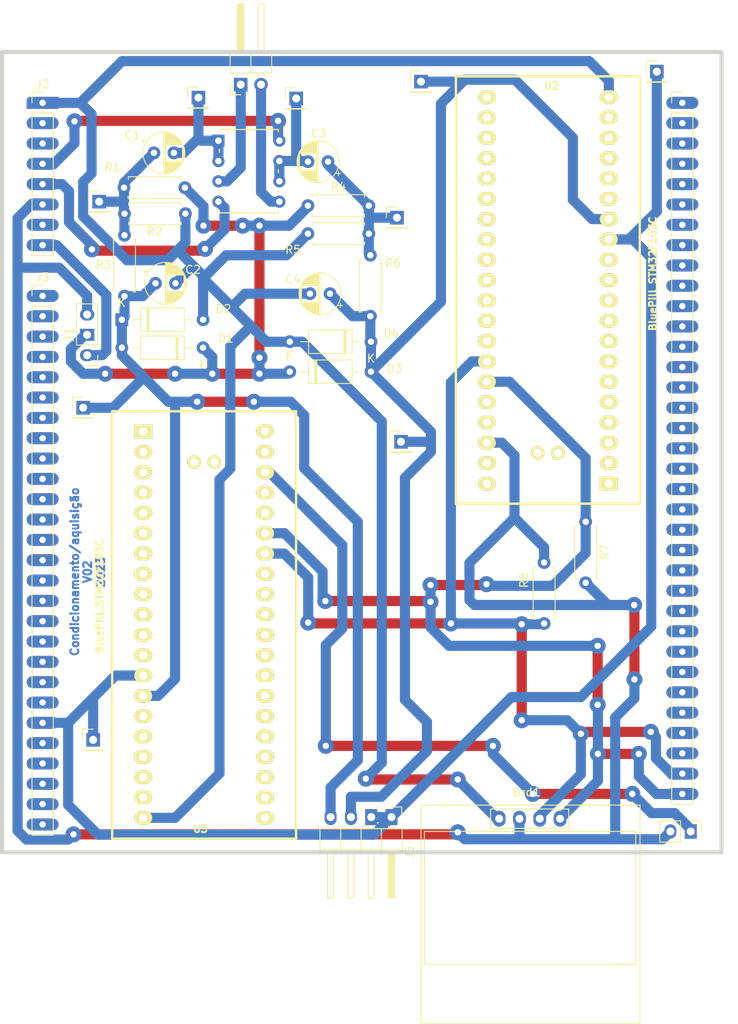
<source format=kicad_pcb>
(kicad_pcb (version 20221018) (generator pcbnew)
  (title_block (title "Barramento do EITduino") (date "2023-04-12") (rev "v01") (company "EITduino") (comment 1 "Autor: Gustavo Pinheiro") (comment 2 "Barramento proposto para uma placa 90x100 mm") (comment 3 "placa de face simples"))
  (layers (0 "F.Cu" signal) (31 "B.Cu" signal) (34 "B.Paste" user) (35 "F.Paste" user) (36 "B.SilkS" user "B.Silkscreen") (37 "F.SilkS" user "F.Silkscreen") (38 "B.Mask" user) (39 "F.Mask" user) (44 "Edge.Cuts" user))
  (net 0 "")
  (net 1 "nó2")
  (net 2 "nó1")
  (net 3 "+9V")
  (net 4 "-9V")
  (net 5 "+5V")
  (net 6 "-5V")
  (net 7 "+3.3V")
  (net 47 "Earth")
  (net 49 "I1")
  (net 50 "I2")
  (net 51 "Amp_E1")
  (net 52 "nó4")
  (net 53 "Sin1")
  (net 54 "Sin2")
  (net 55 "SinA")
  (net 56 "SinB")
  (net 57 "SINC")
  (net 58 "SPI_COPI")
  (net 59 "SPI_CIPO")
  (net 60 "SPI_clk")
  (net 61 "CS (AD9833)")
  (net 62 "CS (X9c10x)")
  (net 63 "nó3")
  (net 64 "Amp_E2")
  (net 65 "SCL3")
  (net 66 "SDA3")
  (net 67 "SCL2")
  (net 68 "SDA2")
  (net 69 "SCL1")
  (net 70 "SDA1")
  (net 71 "Vref")
  (net 72 "VEE")
  (net 73 "VCC")
  (net 74 "AmpI2")
  (net 75 "AmpI1")
  (net 78 "Net-(J6-Pin_1)")
  (net 79 "E1")
  (net 80 "E2")
  (footprint "OLED_i2c:128x64OLED" (layer "F.Cu") (at 167.4 157.2)
    (fp_text reference "Brd1")
    (fp_text value "SSD1306")
  )
  (footprint "Connector_PinHeader_2.54mm:PinHeader_1x04_P2.54mm_Horizontal" (layer "F.Cu") (at 150.32 146.4 -90)
    (fp_text reference "J5")
    (fp_text value "sinais_condicionados")
  )
  (footprint "Connector_PinHeader_2.54mm:PinHeader_1x01_P2.54mm_Vertical" (layer "F.Cu") (at 111.75 95.25)
    (fp_text reference "J12" hide)
    (fp_text value "Amp_E1")
  )
  (footprint "Capacitor_THT:CP_Radial_D5.0mm_P2.50mm" (layer "F.Cu") (at 120.6 63.4)
    (fp_text reference "C1")
    (fp_text value "1 uF")
  )
  (footprint "Diode_THT:D_DO-41_SOD81_P10.16mm_Horizontal" (layer "F.Cu") (at 137.59 90.75)
    (fp_text reference "D3")
    (fp_text value "1N5819")
  )
  (footprint "Connector_PinHeader_2.54mm:PinHeader_1x01_P2.54mm_Vertical" (layer "F.Cu") (at 113 136.75)
    (fp_text reference "J15" hide)
    (fp_text value "AmpI1")
  )
  (footprint "Connector_PinHeader_2.54mm:PinHeader_1x01_P2.54mm_Vertical" (layer "F.Cu") (at 151.5 99.5)
    (fp_text reference "J13" hide)
    (fp_text value "Amp_E2")
  )
  (footprint "Resistor_THT:R_Axial_DIN0207_L6.3mm_D2.5mm_P7.62mm_Horizontal" (layer "F.Cu") (at 139.86 70)
    (fp_text reference "R4")
    (fp_text value "100k")
  )
  (footprint "Connector_PinHeader_2.54mm:PinHeader_1x35_P2.54mm_Vertical" (layer "F.Cu") (at 186.69 57.15)
    (fp_text reference "J4" hide)
    (fp_text value "comunicacao / sinais digitais" hide)
  )
  (footprint "STM32_Bluepill:BluePill_STM32F103C" (layer "F.Cu") (at 177.49 104.6492 180)
    (fp_text reference "U2")
    (fp_text value "BluePill_STM32F103C")
  )
  (footprint "Connector_PinHeader_2.54mm:PinHeader_1x01_P2.54mm_Vertical" (layer "F.Cu") (at 183.5 53.25)
    (fp_text reference "J17" hide)
    (fp_text value "AmpI1")
  )
  (footprint "Connector_PinHeader_2.54mm:PinHeader_1x01_P2.54mm_Vertical" (layer "F.Cu") (at 151 71.5)
    (fp_text reference "J11" hide)
    (fp_text value "nó4")
  )
  (footprint "Resistor_THT:R_Axial_DIN0207_L6.3mm_D2.5mm_P7.62mm_Horizontal" (layer "F.Cu") (at 116.92 71)
    (fp_text reference "R2")
    (fp_text value "100k")
  )
  (footprint "Connector_PinHeader_2.54mm:PinHeader_1x01_P2.54mm_Vertical" (layer "F.Cu") (at 113.75 69.5)
    (fp_text reference "J8" hide)
    (fp_text value "nó2")
  )
  (footprint "Diode_THT:D_DO-41_SOD81_P10.16mm_Horizontal" (layer "F.Cu") (at 147.75 87 180)
    (fp_text reference "D4")
    (fp_text value "1N5819")
  )
  (footprint "Capacitor_THT:CP_Radial_D5.0mm_P2.50mm" (layer "F.Cu") (at 142.625112 81 180)
    (fp_text reference "C4")
    (fp_text value "470 pF")
  )
  (footprint "Connector_PinHeader_2.54mm:PinHeader_1x02_P2.54mm_Vertical" (layer "F.Cu") (at 187.74 148.2 -90)
    (fp_text reference "J6" hide)
    (fp_text value "alimetacao_Master")
  )
  (footprint "Diode_THT:D_DO-41_SOD81_P10.16mm_Horizontal" (layer "F.Cu") (at 116.59 84.25)
    (fp_text reference "D2")
    (fp_text value "1N5819")
  )
  (footprint "Capacitor_THT:CP_Radial_D5.0mm_P2.50mm" (layer "F.Cu") (at 142.375113 64.5 180)
    (fp_text reference "C3")
    (fp_text value "1 uF")
  )
  (footprint "Connector_PinHeader_2.54mm:PinHeader_1x02_P2.54mm_Horizontal" (layer "F.Cu") (at 131.46 54.875 90)
    (fp_text reference "J7" hide)
    (fp_text value "Eletrodos")
  )
  (footprint "Connector_PinHeader_2.54mm:PinHeader_1x08_P2.54mm_Vertical" (layer "F.Cu") (at 106.68 57.15)
    (fp_text reference "J2")
    (fp_text value "tensoes")
  )
  (footprint "Connector_PinHeader_2.54mm:PinHeader_1x27_P2.54mm_Vertical" (layer "F.Cu") (at 106.68 81.28)
    (fp_text reference "J3")
    (fp_text value "sinais analogicos")
  )
  (footprint "Connector_PinHeader_2.54mm:PinHeader_1x01_P2.54mm_Vertical" (layer "F.Cu") (at 138.4 56.6)
    (fp_text reference "J10" hide)
    (fp_text value "nó3")
  )
  (footprint "Resistor_THT:R_Axial_DIN0207_L6.3mm_D2.5mm_P7.62mm_Horizontal" (layer "F.Cu") (at 116.92 73.69 -90)
    (fp_text reference "R3")
    (fp_text value "220")
  )
  (footprint "AD828:N_8_ADI" (layer "F.Cu") (at 128.67 61.88)
    (fp_text reference "U1" hide)
    (fp_text value "AD828AN")
  )
  (footprint "Connector_PinHeader_2.54mm:PinHeader_1x01_P2.54mm_Vertical" (layer "F.Cu") (at 126.17 56.5)
    (fp_text reference "J9" hide)
    (fp_text value "nó1")
  )
  (footprint "Diode_THT:D_DO-41_SOD81_P10.16mm_Horizontal" (layer "F.Cu") (at 126.75 87.75 180)
    (fp_text reference "D1")
    (fp_text value "1N5819")
  )
  (footprint "Resistor_THT:R_Axial_DIN0207_L6.3mm_D2.5mm_P7.62mm_Horizontal" (layer "F.Cu") (at 169.4 122.21 90)
    (fp_text reference "R8")
    (fp_text value "4k7")
  )
  (footprint "Resistor_THT:R_Axial_DIN0207_L6.3mm_D2.5mm_P7.62mm_Horizontal" (layer "F.Cu") (at 147.67 76.19 -90)
    (fp_text reference "R6")
    (fp_text value "220")
  )
  (footprint "Connector_PinHeader_2.54mm:PinHeader_1x03_P2.54mm_Vertical" (layer "F.Cu") (at 112.25 88.68 180)
    (fp_text reference "J1")
    (fp_text value "Vref")
  )
  (footprint "Resistor_THT:R_Axial_DIN0207_L6.3mm_D2.5mm_P7.62mm_Horizontal" (layer "F.Cu") (at 124.48 67.75 180)
    (fp_text reference "R1")
    (fp_text value "100k")
  )
  (footprint "Resistor_THT:R_Axial_DIN0207_L6.3mm_D2.5mm_P7.62mm_Horizontal" (layer "F.Cu") (at 174.6 109.5 -90)
    (fp_text reference "R7")
    (fp_text value "4k7")
  )
  (footprint "Resistor_THT:R_Axial_DIN0207_L6.3mm_D2.5mm_P7.62mm_Horizontal" (layer "F.Cu") (at 147.48 73.5 180)
    (fp_text reference "R5")
    (fp_text value "100k")
  )
  (footprint "Connector_PinHeader_2.54mm:PinHeader_1x01_P2.54mm_Vertical" (layer "F.Cu") (at 154 54.5)
    (fp_text reference "J16" hide)
    (fp_text value "Amp_E2")
  )
  (footprint "STM32_Bluepill:BluePill_STM32F103C" (layer "F.Cu") (at 119.26 98.2808)
    (fp_text reference "U3")
    (fp_text value "BluePill_STM32F103C")
  )
  (footprint "Capacitor_THT:CP_Radial_D5.0mm_P2.50mm" (layer "F.Cu") (at 120.8 79.7)
    (fp_text reference "C2")
    (fp_text value "470 pF")
  )
  (gr_line (start 191.6 50.8) (end 101.6 50.8) (stroke (width 0.5)) (layer "Edge.Cuts"))
  (gr_line (start 191.6 150.8) (end 191.6 50.8) (stroke (width 0.5)) (layer "Edge.Cuts"))
  (gr_line (start 191.59982 150.7998) (end 101.6 150.7998) (stroke (width 0.5)) (layer "Edge.Cuts"))
  (gr_line (start 101.6 50.8) (end 101.6 150.7998) (stroke (width 0.5)) (layer "Edge.Cuts"))
  (gr_text "Condicionamento/aquisição\nV02\n2023" (at 114.5 115.75 90) (layer "B.Cu") (effects (font (size 1 1) (thickness 0.25) bold) (justify bottom)))
  (segment (start 116.92 71) (end 116.92 73.69) (width 1.27) (layer "B.Cu") (net 1))
  (segment (start 113.75 69.5) (end 116.86 69.5) (width 1.27) (layer "B.Cu") (net 1))
  (segment (start 116.86 67.75) (end 116.86 67.14) (width 1.27) (layer "B.Cu") (net 1))
  (segment (start 116.86 67.75) (end 116.86 69.5) (width 1.27) (layer "B.Cu") (net 1))
  (segment (start 116.86 67.14) (end 120.6 63.4) (width 1.27) (layer "B.Cu") (net 1))
  (segment (start 116.86 70.94) (end 116.92 71) (width 1.27) (layer "B.Cu") (net 1))
  (segment (start 116.86 69.5) (end 116.86 70.94) (width 1.27) (layer "B.Cu") (net 1))
  (segment (start 128.67 64.42) (end 128.67 61.88) (width 1.27) (layer "B.Cu") (net 2))
  (segment (start 123.1 63.4) (end 124.32 63.4) (width 1.27) (layer "B.Cu") (net 2))
  (segment (start 128.67 61.88) (end 126.5 61.88) (width 1.27) (layer "B.Cu") (net 2))
  (segment (start 126.17 61.55) (end 126.17 56.5) (width 1.27) (layer "B.Cu") (net 2))
  (segment (start 126.5 61.88) (end 126.17 61.55) (width 1.27) (layer "B.Cu") (net 2))
  (segment (start 124.32 63.4) (end 126.17 61.55) (width 1.27) (layer "B.Cu") (net 2))
  (segment (start 110.6655 59.45932) (end 110.72482 59.4) (width 1.27) (layer "F.Cu") (net 3))
  (segment (start 110.72482 59.4) (end 136.1345 59.4) (width 1.27) (layer "F.Cu") (net 3))
  (via (at 110.6655 59.45932) (size 2) (drill 0.8) (layers "F.Cu" "B.Cu") (net 3))
  (via (at 136.1345 59.4) (size 2) (drill 0.8) (layers "F.Cu" "B.Cu") (net 3))
  (segment (start 110.6655 59.45932) (end 110.6655 62.198713) (width 1.27) (layer "B.Cu") (net 3))
  (segment (start 108.094213 64.77) (end 106.68 64.77) (width 1.27) (layer "B.Cu") (net 3))
  (segment (start 136.1345 61.7245) (end 136.29 61.88) (width 1.27) (layer "B.Cu") (net 3))
  (segment (start 110.6655 62.198713) (end 108.094213 64.77) (width 1.27) (layer "B.Cu") (net 3))
  (segment (start 136.1345 59.4) (end 136.1345 61.7245) (width 1.27) (layer "B.Cu") (net 3))
  (segment (start 113.023202 75.625) (end 112.849101 75.450899) (width 1.27) (layer "F.Cu") (net 4))
  (segment (start 127 75.4) (end 126.775 75.625) (width 1.27) (layer "F.Cu") (net 4))
  (segment (start 126.775 75.625) (end 113.023202 75.625) (width 1.27) (layer "F.Cu") (net 4))
  (via (at 127 75.4) (size 2) (drill 0.8) (layers "F.Cu" "B.Cu") (net 4))
  (via (at 112.849101 75.450899) (size 2) (drill 0.8) (layers "F.Cu" "B.Cu") (net 4))
  (segment (start 109.11 67.31) (end 106.68 67.31) (width 1.27) (layer "B.Cu") (net 4))
  (segment (start 109.98 68.18) (end 109.11 67.31) (width 1.27) (layer "B.Cu") (net 4))
  (segment (start 112.849101 74.935417) (end 109.98 72.066316) (width 1.27) (layer "B.Cu") (net 4))
  (segment (start 129.431999 70.261999) (end 128.67 69.5) (width 1.27) (layer "B.Cu") (net 4))
  (segment (start 129.431999 72.968001) (end 129.431999 70.261999) (width 1.27) (layer "B.Cu") (net 4))
  (segment (start 127 75.4) (end 129.431999 72.968001) (width 1.27) (layer "B.Cu") (net 4))
  (segment (start 109.98 72.066316) (end 109.98 68.18) (width 1.27) (layer "B.Cu") (net 4))
  (segment (start 112.849101 75.450899) (end 112.849101 74.935417) (width 1.27) (layer "B.Cu") (net 4))
  (segment (start 180.7 129.2) (end 180.7 119.9) (width 1.27) (layer "F.Cu") (net 5))
  (segment (start 158.6 148.3) (end 158.34068 148.55932) (width 1.27) (layer "F.Cu") (net 5))
  (segment (start 158.34068 148.55932) (end 110.54068 148.55932) (width 1.27) (layer "F.Cu") (net 5))
  (segment (start 180.7 119.9) (end 180.6655 119.9) (width 1.27) (layer "F.Cu") (net 5))
  (via (at 110.54068 148.55932) (size 2) (drill 0.8) (layers "F.Cu" "B.Cu") (net 5))
  (via (at 180.7 129.2) (size 2) (drill 0.8) (layers "F.Cu" "B.Cu") (net 5))
  (via (at 180.6655 119.9) (size 2) (drill 0.8) (layers "F.Cu" "B.Cu") (net 5))
  (via (at 158.6 148.3) (size 2) (drill 0.8) (layers "F.Cu" "B.Cu") (net 5))
  (segment (start 159.47 149.17) (end 166.3 149.17) (width 1.27) (layer "B.Cu") (net 5))
  (segment (start 166.32 146.6) (end 166.32 149.15) (width 1.27) (layer "B.Cu") (net 5))
  (segment (start 180.6655 119.9) (end 177.38 119.9) (width 1.27) (layer "B.Cu") (net 5))
  (segment (start 165.7 109) (end 165.7 101.1978) (width 1.27) (layer "B.Cu") (net 5))
  (segment (start 103.545 71.570787) (end 105.265787 69.85) (width 1.27) (layer "B.Cu") (net 5))
  (segment (start 169.4 112.7) (end 169.4 114.59) (width 1.27) (layer "B.Cu") (net 5))
  (segment (start 180.7 129.2) (end 180.7 131.55) (width 1.27) (layer "B.Cu") (net 5))
  (segment (start 178.3 133.95) (end 178.3 149.17) (width 1.27) (layer "B.Cu") (net 5))
  (segment (start 103.545 148.100793) (end 103.545 77.75) (width 1.27) (layer "B.Cu") (net 5))
  (segment (start 112.25 83.6) (end 112.25 81.253158) (width 1.27) (layer "B.Cu") (net 5))
  (segment (start 178.3 149.17) (end 184.23 149.17) (width 1.27) (layer "B.Cu") (net 5))
  (segment (start 166.32 149.15) (end 166.3 149.17) (width 1.27) (layer "B.Cu") (net 5))
  (segment (start 177.38 119.9) (end 160.7 119.9) (width 1.27) (layer "B.Cu") (net 5))
  (segment (start 108.746842 77.75) (end 103.545 77.75) (width 1.27) (layer "B.Cu") (net 5))
  (segment (start 105.265787 69.85) (end 106.68 69.85) (width 1.27) (layer "B.Cu") (net 5))
  (segment (start 160.065 119.265) (end 160.065 114.635) (width 1.27) (layer "B.Cu") (net 5))
  (segment (start 165.7 101.1978) (end 164.1222 99.62) (width 1.27) (layer "B.Cu") (net 5))
  (segment (start 103.545 77.75) (end 103.545 71.570787) (width 1.27) (layer "B.Cu") (net 5))
  (segment (start 177.38 119.9) (end 174.6 117.12) (width 1.27) (layer "B.Cu") (net 5))
  (segment (start 165.7 109) (end 169.4 112.7) (width 1.27) (layer "B.Cu") (net 5))
  (segment (start 160.065 114.635) (end 165.7 109) (width 1.27) (layer "B.Cu") (net 5))
  (segment (start 160.7 119.9) (end 160.065 119.265) (width 1.27) (layer "B.Cu") (net 5))
  (segment (start 109.895 149.205) (end 104.649207 149.205) (width 1.27) (layer "B.Cu") (net 5))
  (segment (start 164.1222 99.62) (end 162.25 99.62) (width 1.27) (layer "B.Cu") (net 5))
  (segment (start 180.7 131.55) (end 178.3 133.95) (width 1.27) (layer "B.Cu") (net 5))
  (segment (start 184.23 149.17) (end 185.2 148.2) (width 1.27) (layer "B.Cu") (net 5))
  (segment (start 166.3 149.17) (end 178.3 149.17) (width 1.27) (layer "B.Cu") (net 5))
  (segment (start 112.25 81.253158) (end 108.746842 77.75) (width 1.27) (layer "B.Cu") (net 5))
  (segment (start 104.649207 149.205) (end 103.545 148.100793) (width 1.27) (layer "B.Cu") (net 5))
  (segment (start 110.54068 148.55932) (end 109.895 149.205) (width 1.27) (layer "B.Cu") (net 5))
  (segment (start 158.6 148.3) (end 159.47 149.17) (width 1.27) (layer "B.Cu") (net 5))
  (segment (start 114.12 88.68) (end 112.25 88.68) (width 1.27) (layer "B.Cu") (net 7))
  (segment (start 114.655 81.155) (end 114.655 88.145) (width 1.27) (layer "B.Cu") (net 7))
  (segment (start 106.68 74.93) (end 108.43 74.93) (width 1.27) (layer "B.Cu") (net 7))
  (segment (start 114.655 88.145) (end 114.12 88.68) (width 1.27) (layer "B.Cu") (net 7))
  (segment (start 108.43 74.93) (end 114.655 81.155) (width 1.27) (layer "B.Cu") (net 7))
  (segment (start 147.2 141.7) (end 147.1 141.6) (width 1.27) (layer "F.Cu") (net 47))
  (segment (start 158.6 141.7) (end 147.2 141.7) (width 1.27) (layer "F.Cu") (net 47))
  (via (at 158.6 141.7) (size 2) (drill 0.8) (layers "F.Cu" "B.Cu") (net 47))
  (via (at 147.1 141.6) (size 2) (drill 0.8) (layers "F.Cu" "B.Cu") (net 47))
  (segment (start 111.4 57.15) (end 116.615 51.935) (width 1.27) (layer "B.Cu") (net 47))
  (segment (start 130.335 82.665) (end 132.71 85.04) (width 1.27) (layer "B.Cu") (net 47))
  (segment (start 125.5 77.5) (end 126.75 78.75) (width 1.27) (layer "B.Cu") (net 47))
  (segment (start 122.315 76.815) (end 123.565 75.565) (width 1.27) (layer "B.Cu") (net 47))
  (segment (start 106.68 57.15) (end 111.4 57.15) (width 1.27) (layer "B.Cu") (net 47))
  (segment (start 132.71 85.04) (end 130.1586 87.5914) (width 1.27) (layer "B.Cu") (net 47))
  (segment (start 130.335 82.665) (end 132 81) (width 1.27) (layer "B.Cu") (net 47))
  (segment (start 123.26 146.49) (end 119.26 146.49) (width 1.27) (layer "B.Cu") (net 47))
  (segment (start 128.8 104.226448) (end 128.8 140.95) (width 1.27) (layer "B.Cu") (net 47))
  (segment (start 132 81) (end 140.125112 81) (width 1.27) (layer "B.Cu") (net 47))
  (segment (start 163.78 146.6) (end 163.5 146.6) (width 1.27) (layer "B.Cu") (net 47))
  (segment (start 137.16 76.2) (end 139.86 73.5) (width 1.27) (layer "B.Cu") (net 47))
  (segment (start 177.5 54.4) (end 177.5 56.43) (width 1.27) (layer "B.Cu") (net 47))
  (segment (start 128.8 140.95) (end 123.26 146.49) (width 1.27) (layer "B.Cu") (net 47))
  (segment (start 123.3 79.7) (end 125.5 77.5) (width 1.27) (layer "B.Cu") (net 47))
  (segment (start 116.615 51.935) (end 175.035 51.935) (width 1.27) (layer "B.Cu") (net 47))
  (segment (start 177.5 56.43) (end 177.49 56.44) (width 1.27) (layer "B.Cu") (net 47))
  (segment (start 126.75 79.08) (end 129.63 76.2) (width 1.27) (layer "B.Cu") (net 47))
  (segment (start 163.5 146.6) (end 158.6 141.7) (width 1.27) (layer "B.Cu") (net 47))
  (segment (start 130.1586 102.867848) (end 128.8 104.226448) (width 1.27) (layer "B.Cu") (net 47))
  (segment (start 111.75 67.03) (end 111.75 71.333158) (width 1.27) (layer "B.Cu") (net 47))
  (segment (start 139.145634 87) (end 137.59 87) (width 1.27) (layer "B.Cu") (net 47))
  (segment (start 126.75 78.75) (end 126.75 79.08) (width 1.27) (layer "B.Cu") (net 47))
  (segment (start 126.75 79.08) (end 126.75 84.25) (width 1.27) (layer "B.Cu") (net 47))
  (segment (start 147.1 141.6) (end 149.1 139.6) (width 1.27) (layer "B.Cu") (net 47))
  (segment (start 111.4 57.15) (end 112.8 58.55) (width 1.27) (layer "B.Cu") (net 47))
  (segment (start 134.67 87) (end 137.59 87) (width 1.27) (layer "B.Cu") (net 47))
  (segment (start 149.1 96.954366) (end 139.145634 87) (width 1.27) (layer "B.Cu") (net 47))
  (segment (start 111.75 71.333158) (end 117.231842 76.815) (width 1.27) (layer "B.Cu") (net 47))
  (segment (start 112.8 65.98) (end 111.75 67.03) (width 1.27) (layer "B.Cu") (net 47))
  (segment (start 175.035 51.935) (end 177.5 54.4) (width 1.27) (layer "B.Cu") (net 47))
  (segment (start 130.1586 87.5914) (end 130.1586 102.867848) (width 1.27) (layer "B.Cu") (net 47))
  (segment (start 126.75 79.08) (end 130.335 82.665) (width 1.27) (layer "B.Cu") (net 47))
  (segment (start 123.565 75.565) (end 124.54 74.59) (width 1.27) (layer "B.Cu") (net 47))
  (segment (start 123.565 75.565) (end 125.5 77.5) (width 1.27) (layer "B.Cu") (net 47))
  (segment (start 129.63 76.2) (end 137.16 76.2) (width 1.27) (layer "B.Cu") (net 47))
  (segment (start 124.54 74.59) (end 124.54 71) (width 1.27) (layer "B.Cu") (net 47))
  (segment (start 132.71 85.04) (end 134.67 87) (width 1.27) (layer "B.Cu") (net 47))
  (segment (start 149.1 139.6) (end 149.1 96.954366) (width 1.27) (layer "B.Cu") (net 47))
  (segment (start 117.231842 76.815) (end 122.315 76.815) (width 1.27) (layer "B.Cu") (net 47))
  (segment (start 112.8 58.55) (end 112.8 65.98) (width 1.27) (layer "B.Cu") (net 47))
  (segment (start 133.1 94.5) (end 126 94.5) (width 1.27) (layer "F.Cu") (net 51))
  (via (at 133.1 94.5) (size 2) (drill 0.8) (layers "F.Cu" "B.Cu") (net 51))
  (via (at 126 94.5) (size 2) (drill 0.8) (layers "F.Cu" "B.Cu") (net 51))
  (segment (start 119.325 91.425) (end 116.59 88.69) (width 1.27) (layer "B.Cu") (net 51))
  (segment (start 119.19 81.31) (end 120.8 79.7) (width 1.27) (layer "B.Cu") (net 51))
  (segment (start 116.59 88.69) (end 116.59 87.75) (width 1.27) (layer "B.Cu") (net 51))
  (segment (start 146.1 109.5) (end 139.4 102.8) (width 1.27) (layer "B.Cu") (net 51))
  (segment (start 115.5 95.25) (end 119.325 91.425) (width 1.27) (layer "B.Cu") (net 51))
  (segment (start 123.3 94.5) (end 122.4 94.5) (width 1.27) (layer "B.Cu") (net 51))
  (segment (start 139.4 96.2) (end 137.7 94.5) (width 1.27) (layer "B.Cu") (net 51))
  (segment (start 123.25 129.1322) (end 123.25 94.55) (width 1.27) (layer "B.Cu") (net 51))
  (segment (start 116.59 84.25) (end 116.59 87.75) (width 1.27) (layer "B.Cu") (net 51))
  (segment (start 146.1 139.3) (end 146.1 109.5) (width 1.27) (layer "B.Cu") (net 51))
  (segment (start 116.92 83.92) (end 116.59 84.25) (width 1.27) (layer "B.Cu") (net 51))
  (segment (start 139.4 102.8) (end 139.4 96.2) (width 1.27) (layer "B.Cu") (net 51))
  (segment (start 142.7 146.4) (end 142.7 142.7) (width 1.27) (layer "B.Cu") (net 51))
  (segment (start 126 94.5) (end 123.3 94.5) (width 1.27) (layer "B.Cu") (net 51))
  (segment (start 122.4 94.5) (end 119.325 91.425) (width 1.27) (layer "B.Cu") (net 51))
  (segment (start 142.7 142.7) (end 146.1 139.3) (width 1.27) (layer "B.Cu") (net 51))
  (segment (start 111.75 95.25) (end 115.5 95.25) (width 1.27) (layer "B.Cu") (net 51))
  (segment (start 119.26 131.25) (end 121.1322 131.25) (width 1.27) (layer "B.Cu") (net 51))
  (segment (start 116.92 81.31) (end 116.92 83.92) (width 1.27) (layer "B.Cu") (net 51))
  (segment (start 123.25 94.55) (end 123.3 94.5) (width 1.27) (layer "B.Cu") (net 51))
  (segment (start 121.1322 131.25) (end 123.25 129.1322) (width 1.27) (layer "B.Cu") (net 51))
  (segment (start 137.7 94.5) (end 133.1 94.5) (width 1.27) (layer "B.Cu") (net 51))
  (segment (start 116.92 81.31) (end 119.19 81.31) (width 1.27) (layer "B.Cu") (net 51))
  (segment (start 142.375113 64.895113) (end 147.48 70) (width 1.27) (layer "B.Cu") (net 52))
  (segment (start 147.48 71.5) (end 147.48 73.5) (width 1.27) (layer "B.Cu") (net 52))
  (segment (start 147.48 76) (end 147.67 76.19) (width 1.27) (layer "B.Cu") (net 52))
  (segment (start 151 71.5) (end 147.48 71.5) (width 1.27) (layer "B.Cu") (net 52))
  (segment (start 147.48 73.5) (end 147.48 76) (width 1.27) (layer "B.Cu") (net 52))
  (segment (start 142.375113 64.5) (end 142.375113 64.895113) (width 1.27) (layer "B.Cu") (net 52))
  (segment (start 147.48 70) (end 147.48 71.5) (width 1.27) (layer "B.Cu") (net 52))
  (segment (start 138.4 64.42) (end 139.795113 64.42) (width 1.27) (layer "B.Cu") (net 63))
  (segment (start 139.795113 64.42) (end 139.875113 64.5) (width 1.27) (layer "B.Cu") (net 63))
  (segment (start 136.29 66.96) (end 136.29 64.42) (width 1.27) (layer "B.Cu") (net 63))
  (segment (start 136.29 64.42) (end 138.4 64.42) (width 1.27) (layer "B.Cu") (net 63))
  (segment (start 138.4 57) (end 138.4 64.42) (width 1.27) (layer "B.Cu") (net 63))
  (segment (start 159.25 54.5) (end 159.49 54.26) (width 1.27) (layer "B.Cu") (net 64))
  (segment (start 156.5 82) (end 156.5 57.25) (width 1.27) (layer "B.Cu") (net 64))
  (segment (start 147.75 87) (end 147.75 90.75) (width 1.27) (layer "B.Cu") (net 64))
  (segment (start 152 131.75) (end 152 104) (width 1.27) (layer "B.Cu") (net 64))
  (segment (start 175.43 71.68) (end 173 69.25) (width 1.27) (layer "B.Cu") (net 64))
  (segment (start 173 61.5) (end 173 69.25) (width 1.27) (layer "B.Cu") (net 64))
  (segment (start 155.25 98.25) (end 147.75 90.75) (width 1.27) (layer "B.Cu") (net 64))
  (segment (start 151.5 99.5) (end 155 99.5) (width 1.27) (layer "B.Cu") (net 64))
  (segment (start 154 54.5) (end 159.25 54.5) (width 1.27) (layer "B.Cu") (net 64))
  (segment (start 147.67 83.81) (end 145.435112 83.81) (width 1.27) (layer "B.Cu") (net 64))
  (segment (start 159.49 54.26) (end 165.76 54.26) (width 1.27) (layer "B.Cu") (net 64))
  (segment (start 147.67 86.92) (end 147.75 87) (width 1.27) (layer "B.Cu") (net 64))
  (segment (start 155 99.5) (end 155.25 99.75) (width 1.27) (layer "B.Cu") (net 64))
  (segment (start 155.25 100.75) (end 155.25 99.75) (width 1.27) (layer "B.Cu") (net 64))
  (segment (start 154.75 134.5) (end 152 131.75) (width 1.27) (layer "B.Cu") (net 64))
  (segment (start 145.24 143.86) (end 149.04 143.86) (width 1.27) (layer "B.Cu") (net 64))
  (segment (start 155.25 99.75) (end 155.25 98.25) (width 1.27) (layer "B.Cu") (net 64))
  (segment (start 147.67 83.81) (end 147.67 86.92) (width 1.27) (layer "B.Cu") (net 64))
  (segment (start 165.76 54.26) (end 173 61.5) (width 1.27) (layer "B.Cu") (net 64))
  (segment (start 177.49 71.68) (end 175.43 71.68) (width 1.27) (layer "B.Cu") (net 64))
  (segment (start 147.75 90.75) (end 156.5 82) (width 1.27) (layer "B.Cu") (net 64))
  (segment (start 154.75 138.15) (end 154.75 134.5) (width 1.27) (layer "B.Cu") (net 64))
  (segment (start 145.435112 83.81) (end 142.625112 81) (width 1.27) (layer "B.Cu") (net 64))
  (segment (start 145.24 146.4) (end 145.24 143.86) (width 1.27) (layer "B.Cu") (net 64))
  (segment (start 156.5 57.25) (end 159.49 54.26) (width 1.27) (layer "B.Cu") (net 64))
  (segment (start 149.04 143.86) (end 154.75 138.15) (width 1.27) (layer "B.Cu") (net 64))
  (segment (start 152 104) (end 155.25 100.75) (width 1.27) (layer "B.Cu") (net 64))
  (segment (start 157.7445 122.21) (end 157.7345 122.2) (width 1.27) (layer "F.Cu") (net 69))
  (segment (start 140 122.2) (end 139.9 122.1) (width 1.27) (layer "F.Cu") (net 69))
  (segment (start 174.25 135.75) (end 182.75 135.75) (width 1.27) (layer "F.Cu") (net 69))
  (segment (start 157.7345 122.2) (end 140 122.2) (width 1.27) (layer "F.Cu") (net 69))
  (segment (start 174 136) (end 174.25 135.75) (width 1.27) (layer "F.Cu") (net 69))
  (segment (start 166.6 134.3) (end 166.6 122.3) (width 1.27) (layer "F.Cu") (net 69))
  (via (at 166.6 134.3) (size 2) (drill 0.8) (layers "F.Cu" "B.Cu") (net 69))
  (via (at 174 136) (size 2) (drill 0.8) (layers "F.Cu" "B.Cu") (net 69))
  (via (at 157.7445 122.21) (size 2) (drill 0.8) (layers "F.Cu" "B.Cu") (net 69))
  (via (at 182.75 135.75) (size 2) (drill 0.8) (layers "F.Cu" "B.Cu") (net 69))
  (via (at 166.6 122.3) (size 2) (drill 0.8) (layers "F.Cu" "B.Cu") (net 69))
  (via (at 139.9 122.1) (size 2) (drill 0.8) (layers "F.Cu" "B.Cu") (net 69))
  (segment (start 174 136) (end 172.3 134.3) (width 1.27) (layer "B.Cu") (net 69))
  (segment (start 183.385 136.385) (end 182.75 135.75) (width 1.27) (layer "B.Cu") (net 69))
  (segment (start 136.895 113.47) (end 134.5 113.47) (width 1.27) (layer "B.Cu") (net 69))
  (segment (start 166.51 122.21) (end 166.6 122.3) (width 1.27) (layer "B.Cu") (net 69))
  (segment (start 183.385 139.040793) (end 183.385 136.385) (width 1.27) (layer "B.Cu") (net 69))
  (segment (start 139.9 122.1) (end 139.9 116.475) (width 1.27) (layer "B.Cu") (net 69))
  (segment (start 157.7445 122.21) (end 157.7445 92.0933) (width 1.27) (layer "B.Cu") (net 69))
  (segment (start 174 136) (end 174 141.063497) (width 1.27) (layer "B.Cu") (net 69))
  (segment (start 172.3 134.3) (end 166.6 134.3) (width 1.27) (layer "B.Cu") (net 69))
  (segment (start 157.7445 92.0933) (end 160.3778 89.46) (width 1.27) (layer "B.Cu") (net 69))
  (segment (start 160.3778 89.46) (end 162.25 89.46) (width 1.27) (layer "B.Cu") (net 69))
  (segment (start 168.86 146.203497) (end 168.86 146.6) (width 1.27) (layer "B.Cu") (net 69))
  (segment (start 157.7445 122.21) (end 166.51 122.21) (width 1.27) (layer "B.Cu") (net 69))
  (segment (start 166.6 122.3) (end 169.31 122.3) (width 1.27) (layer "B.Cu") (net 69))
  (segment (start 186.69 140.97) (end 185.314207 140.97) (width 1.27) (layer "B.Cu") (net 69))
  (segment (start 185.314207 140.97) (end 183.385 139.040793) (width 1.27) (layer "B.Cu") (net 69))
  (segment (start 169.31 122.3) (end 169.4 122.21) (width 1.27) (layer "B.Cu") (net 69))
  (segment (start 174 141.063497) (end 168.86 146.203497) (width 1.27) (layer "B.Cu") (net 69))
  (segment (start 139.9 116.475) (end 136.895 113.47) (width 1.27) (layer "B.Cu") (net 69))
  (segment (start 142.035 119.4) (end 155.1 119.4) (width 1.27) (layer "F.Cu") (net 70))
  (segment (start 176.1345 138.5) (end 181.25 138.5) (width 1.27) (layer "F.Cu") (net 70))
  (segment (start 155.1 119.4) (end 155.2 119.5) (width 1.27) (layer "F.Cu") (net 70))
  (segment (start 162.1 117.4) (end 162.2 117.3) (width 1.27) (layer "F.Cu") (net 70))
  (segment (start 155.2 117.4) (end 162.1 117.4) (width 1.27) (layer "F.Cu") (net 70))
  (segment (start 176.1 132.3655) (end 176.1 125) (width 1.27) (layer "F.Cu") (net 70))
  (via (at 155.2 117.4) (size 2) (drill 0.8) (layers "F.Cu" "B.Cu") (net 70))
  (via (at 176.1 125) (size 2) (drill 0.8) (layers "F.Cu" "B.Cu") (net 70))
  (via (at 181.25 138.5) (size 2) (drill 0.8) (layers "F.Cu" "B.Cu") (net 70))
  (via (at 176.1345 138.5) (size 2) (drill 0.8) (layers "F.Cu" "B.Cu") (net 70))
  (via (at 176.1 132.3655) (size 2) (drill 0.8) (layers "F.Cu" "B.Cu") (net 70))
  (via (at 142.035 119.4) (size 2) (drill 0.8) (layers "F.Cu" "B.Cu") (net 70))
  (via (at 162.2 117.3) (size 2) (drill 0.8) (layers "F.Cu" "B.Cu") (net 70))
  (via (at 155.2 119.5) (size 2) (drill 0.8) (layers "F.Cu" "B.Cu") (net 70))
  (segment (start 155.2 119.6) (end 155.2 119.5) (width 1.27) (layer "B.Cu") (net 70))
  (segment (start 155.2 122.684846) (end 155.2 119.6) (width 1.27) (layer "B.Cu") (net 70))
  (segment (start 157.515154 125) (end 155.2 122.684846) (width 1.27) (layer "B.Cu") (net 70))
  (segment (start 186.69 143.51) (end 183.463846 143.51) (width 1.27) (layer "B.Cu") (net 70))
  (segment (start 176.1345 141.8655) (end 171.4 146.6) (width 1.27) (layer "B.Cu") (net 70))
  (segment (start 136.93 110.93) (end 134.5 110.93) (width 1.27) (layer "B.Cu") (net 70))
  (segment (start 174.6 101.533552) (end 165.066448 92) (width 1.27) (layer "B.Cu") (net 70))
  (segment (start 174.6 113.4) (end 174.6 109.5) (width 1.27) (layer "B.Cu") (net 70))
  (segment (start 176.1345 138.5) (end 176.1345 141.8655) (width 1.27) (layer "B.Cu") (net 70))
  (segment (start 162.2 117.3) (end 162.4 117.5) (width 1.27) (layer "B.Cu") (net 70))
  (segment (start 176.1345 138.5) (end 176.1345 132.4345) (width 1.27) (layer "B.Cu") (net 70))
  (segment (start 141.7 115.7) (end 136.93 110.93) (width 1.27) (layer "B.Cu") (net 70))
  (segment (start 141.7 119.065) (end 141.7 115.7) (width 1.27) (layer "B.Cu") (net 70))
  (segment (start 181.25 141.296154) (end 181.25 138.5) (width 1.27) (layer "B.Cu") (net 70))
  (segment (start 176.1 132.4) (end 176.1 132.3655) (width 1.27) (layer "B.Cu") (net 70))
  (segment (start 183.463846 143.51) (end 181.25 141.296154) (width 1.27) (layer "B.Cu") (net 70))
  (segment (start 162.4 117.5) (end 170.5 117.5) (width 1.27) (layer "B.Cu") (net 70))
  (segment (start 170.5 117.5) (end 174.6 113.4) (width 1.27) (layer "B.Cu") (net 70))
  (segment (start 176.1 125) (end 157.515154 125) (width 1.27) (layer "B.Cu") (net 70))
  (segment (start 174.6 109.5) (end 174.6 101.533552) (width 1.27) (layer "B.Cu") (net 70))
  (segment (start 155.2 119.5) (end 155.2 117.4) (width 1.27) (layer "B.Cu") (net 70))
  (segment (start 176.1345 132.4345) (end 176.1 132.4) (width 1.27) (layer "B.Cu") (net 70))
  (segment (start 165.066448 92) (end 162.25 92) (width 1.27) (layer "B.Cu") (net 70))
  (segment (start 142.035 119.4) (end 141.7 119.065) (width 1.27) (layer "B.Cu") (net 70))
  (segment (start 131.7 72.5) (end 127.452482 72.5) (width 1.27) (layer "F.Cu") (net 71))
  (segment (start 114.5 91) (end 123.25 91) (width 1.27) (layer "F.Cu") (net 71))
  (segment (start 127.9 91) (end 133.8 91) (width 1.27) (layer "F.Cu") (net 71))
  (segment (start 133.8 89) (end 133.8 72.5) (width 1.27) (layer "F.Cu") (net 71))
  (via (at 123.25 91) (size 2) (drill 0.8) (layers "F.Cu" "B.Cu") (net 71))
  (via (at 133.8 91) (size 2) (drill 0.8) (layers "F.Cu" "B.Cu") (net 71))
  (via (at 126.8 72.5) (size 2) (drill 0.8) (layers "F.Cu" "B.Cu") (net 71))
  (via (at 127.9 91) (size 2) (drill 0.8) (layers "F.Cu" "B.Cu") (net 71))
  (via (at 114.5 91) (size 2) (drill 0.8) (layers "F.Cu" "B.Cu") (net 71))
  (via (at 131.7 72.5) (size 2) (drill 0.8) (layers "F.Cu" "B.Cu") (net 71))
  (via (at 133.8 72.5) (size 2) (drill 0.8) (layers "F.Cu" "B.Cu") (net 71))
  (via (at 133.8 89) (size 2) (drill 0.8) (layers "F.Cu" "B.Cu") (net 71))
  (segment (start 139.86 70.14) (end 139.86 70) (width 1.27) (layer "B.Cu") (net 71))
  (segment (start 133.8 91) (end 133.8 89) (width 1.27) (layer "B.Cu") (net 71))
  (segment (start 112.25 86.14) (end 111.974207 86.14) (width 1.27) (layer "B.Cu") (net 71))
  (segment (start 111.974207 86.14) (end 110.215 87.899207) (width 1.27) (layer "B.Cu") (net 71))
  (segment (start 126.8 72.5) (end 126.8 70.07) (width 1.27) (layer "B.Cu") (net 71))
  (segment (start 127.9 91) (end 127.9 88.9) (width 1.27) (layer "B.Cu") (net 71))
  (segment (start 111.75 91) (end 114.5 91) (width 1.27) (layer "B.Cu") (net 71))
  (segment (start 123.25 91) (end 127.9 91) (width 1.27) (layer "B.Cu") (net 71))
  (segment (start 110.215 89.465) (end 111.75 91) (width 1.27) (layer "B.Cu") (net 71))
  (segment (start 137.5 72.5) (end 139.86 70.14) (width 1.27) (layer "B.Cu") (net 71))
  (segment (start 133.8 91) (end 137.34 91) (width 1.27) (layer "B.Cu") (net 71))
  (segment (start 126.8 70.07) (end 124.48 67.75) (width 1.27) (layer "B.Cu") (net 71))
  (segment (start 137.34 91) (end 137.59 90.75) (width 1.27) (layer "B.Cu") (net 71))
  (segment (start 110.215 87.899207) (end 110.215 89.465) (width 1.27) (layer "B.Cu") (net 71))
  (segment (start 133.8 72.5) (end 131.7 72.5) (width 1.27) (layer "B.Cu") (net 71))
  (segment (start 127.9 88.9) (end 126.75 87.75) (width 1.27) (layer "B.Cu") (net 71))
  (segment (start 133.8 72.5) (end 137.5 72.5) (width 1.27) (layer "B.Cu") (net 71))
  (segment (start 150.32 146.4) (end 148.12 148.6) (width 1.27) (layer "B.Cu") (net 75))
  (segment (start 183.5 70.72) (end 180 74.22) (width 1.27) (layer "B.Cu") (net 75))
  (segment (start 183.5 53.25) (end 183.5 70.72) (width 1.27) (layer "B.Cu") (net 75))
  (segment (start 113 136.75) (end 113 131.5) (width 1.27) (layer "B.Cu") (net 75))
  (segment (start 174 131.4) (end 182.8 122.6) (width 1.27) (layer "B.Cu") (net 75))
  (segment (start 109.88 144.88) (end 109.88 134.62) (width 1.27) (layer "B.Cu") (net 75))
  (segment (start 182.8 76.5) (end 180.52 74.22) (width 1.27) (layer "B.Cu") (net 75))
  (segment (start 115.79 128.71) (end 119.26 128.71) (width 1.27) (layer "B.Cu") (net 75))
  (segment (start 165.32 131.4) (end 174 131.4) (width 1.27) (layer "B.Cu") (net 75))
  (segment (start 182.8 122.6) (end 182.8 76.5) (width 1.27) (layer "B.Cu") (net 75))
  (segment (start 113.6 148.6) (end 109.88 144.88) (width 1.27) (layer "B.Cu") (net 75))
  (segment (start 106.68 134.62) (end 109.88 134.62) (width 1.27) (layer "B.Cu") (net 75))
  (segment (start 148.12 148.6) (end 113.6 148.6) (width 1.27) (layer "B.Cu") (net 75))
  (segment (start 147.78 146.4) (end 150.32 146.4) (width 1.27) (layer "B.Cu") (net 75))
  (segment (start 109.88 134.62) (end 113 131.5) (width 1.27) (layer "B.Cu") (net 75))
  (segment (start 180.52 74.22) (end 180 74.22) (width 1.27) (layer "B.Cu") (net 75))
  (segment (start 150.32 146.4) (end 165.32 131.4) (width 1.27) (layer "B.Cu") (net 75))
  (segment (start 113 131.5) (end 115.79 128.71) (width 1.27) (layer "B.Cu") (net 75))
  (segment (start 180 74.22) (end 177.49 74.22) (width 1.27) (layer "B.Cu") (net 75))
  (segment (start 163 137.5) (end 142.1 137.5) (width 1.27) (layer "F.Cu") (net 78))
  (segment (start 168 143.5) (end 180.4345 143.5) (width 1.27) (layer "F.Cu") (net 78))
  (via (at 168 143.5) (size 2) (drill 0.8) (layers "F.Cu" "B.Cu") (net 78))
  (via (at 180.4345 143.5) (size 2) (drill 0.8) (layers "F.Cu" "B.Cu") (net 78))
  (via (at 163 137.5) (size 2) (drill 0.8) (layers "F.Cu" "B.Cu") (net 78))
  (via (at 142.1 137.5) (size 2) (drill 0.8) (layers "F.Cu" "B.Cu") (net 78))
  (segment (start 182.8345 145.9) (end 180.4345 143.5) (width 1.27) (layer "B.Cu") (net 78))
  (segment (start 142.1 124.9) (end 144.1695 122.8305) (width 1.27) (layer "B.Cu") (net 78))
  (segment (start 144.1695 122.8305) (end 144.1695 112.431653) (width 1.27) (layer "B.Cu") (net 78))
  (segment (start 144.1695 112.431653) (end 135.047847 103.31) (width 1.27) (layer "B.Cu") (net 78))
  (segment (start 187.74 148.2) (end 187.74 147.924207) (width 1.27) (layer "B.Cu") (net 78))
  (segment (start 135.047847 103.31) (end 134.5 103.31) (width 1.27) (layer "B.Cu") (net 78))
  (segment (start 142.1 137.5) (end 142.1 124.9) (width 1.27) (layer "B.Cu") (net 78))
  (segment (start 163 138.5) (end 163 137.5) (width 1.27) (layer "B.Cu") (net 78))
  (segment (start 185.715793 145.9) (end 182.8345 145.9) (width 1.27) (layer "B.Cu") (net 78))
  (segment (start 168 143.5) (end 163 138.5) (width 1.27) (layer "B.Cu") (net 78))
  (segment (start 187.74 147.924207) (end 185.715793 145.9) (width 1.27) (layer "B.Cu") (net 78))
  (segment (start 129.74763 66.96) (end 128.67 66.96) (width 1.27) (layer "B.Cu") (net 79))
  (segment (start 131.46 54.875) (end 131.46 65.24763) (width 1.27) (layer "B.Cu") (net 79))
  (segment (start 131.46 65.24763) (end 129.74763 66.96) (width 1.27) (layer "B.Cu") (net 79))
  (segment (start 134 68.28763) (end 135.21237 69.5) (width 1.27) (layer "B.Cu") (net 80))
  (segment (start 135.21237 69.5) (end 136.29 69.5) (width 1.27) (layer "B.Cu") (net 80))
  (segment (start 134 54.875) (end 134 68.28763) (width 1.27) (layer "B.Cu") (net 80))
)
</source>
